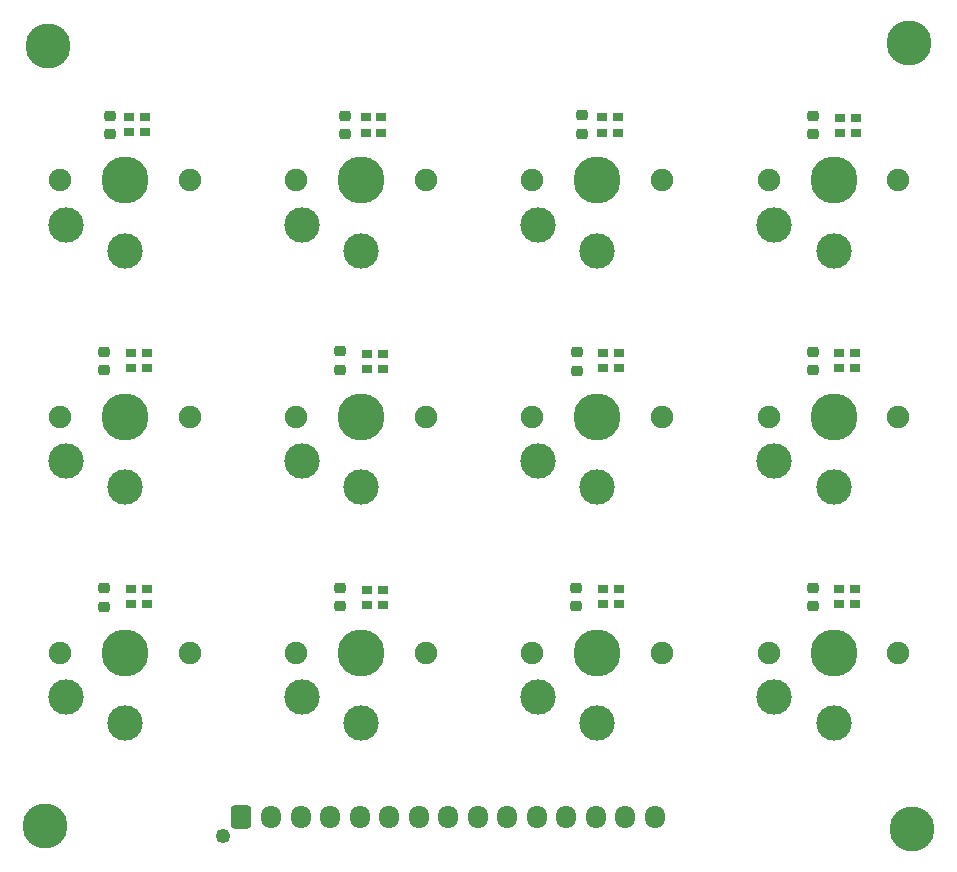
<source format=gbr>
%TF.GenerationSoftware,KiCad,Pcbnew,8.0.1*%
%TF.CreationDate,2024-09-23T21:29:01+02:00*%
%TF.ProjectId,Macro keyboard,4d616372-6f20-46b6-9579-626f6172642e,rev?*%
%TF.SameCoordinates,Original*%
%TF.FileFunction,Soldermask,Top*%
%TF.FilePolarity,Negative*%
%FSLAX46Y46*%
G04 Gerber Fmt 4.6, Leading zero omitted, Abs format (unit mm)*
G04 Created by KiCad (PCBNEW 8.0.1) date 2024-09-23 21:29:01*
%MOMM*%
%LPD*%
G01*
G04 APERTURE LIST*
G04 Aperture macros list*
%AMRoundRect*
0 Rectangle with rounded corners*
0 $1 Rounding radius*
0 $2 $3 $4 $5 $6 $7 $8 $9 X,Y pos of 4 corners*
0 Add a 4 corners polygon primitive as box body*
4,1,4,$2,$3,$4,$5,$6,$7,$8,$9,$2,$3,0*
0 Add four circle primitives for the rounded corners*
1,1,$1+$1,$2,$3*
1,1,$1+$1,$4,$5*
1,1,$1+$1,$6,$7*
1,1,$1+$1,$8,$9*
0 Add four rect primitives between the rounded corners*
20,1,$1+$1,$2,$3,$4,$5,0*
20,1,$1+$1,$4,$5,$6,$7,0*
20,1,$1+$1,$6,$7,$8,$9,0*
20,1,$1+$1,$8,$9,$2,$3,0*%
G04 Aperture macros list end*
%ADD10C,2.600000*%
%ADD11C,3.800000*%
%ADD12R,0.850000X0.650000*%
%ADD13RoundRect,0.225000X0.250000X-0.225000X0.250000X0.225000X-0.250000X0.225000X-0.250000X-0.225000X0*%
%ADD14C,1.250000*%
%ADD15RoundRect,0.250000X-0.600000X-0.725000X0.600000X-0.725000X0.600000X0.725000X-0.600000X0.725000X0*%
%ADD16O,1.700000X1.950000*%
%ADD17C,1.900000*%
%ADD18C,3.000000*%
%ADD19C,3.987800*%
G04 APERTURE END LIST*
D10*
%TO.C,REF\u002A\u002A*%
X264160000Y-37592000D03*
D11*
X264160000Y-37592000D03*
%TD*%
D10*
%TO.C,REF\u002A\u002A*%
X191262000Y-37846000D03*
D11*
X191262000Y-37846000D03*
%TD*%
D12*
%TO.C,D7*%
X219600000Y-85200000D03*
X219600000Y-83900000D03*
X218250000Y-83900000D03*
X218250000Y-85200000D03*
%TD*%
%TO.C,D2*%
X199475000Y-45150000D03*
X199475000Y-43850000D03*
X198125000Y-43850000D03*
X198125000Y-45150000D03*
%TD*%
D13*
%TO.C,C13*%
X196450000Y-45325000D03*
X196450000Y-43775000D03*
%TD*%
%TO.C,C21*%
X235950000Y-85300000D03*
X235950000Y-83750000D03*
%TD*%
D12*
%TO.C,D9*%
X239600000Y-65150000D03*
X239600000Y-63850000D03*
X238250000Y-63850000D03*
X238250000Y-65150000D03*
%TD*%
D13*
%TO.C,C23*%
X196000000Y-85325000D03*
X196000000Y-83775000D03*
%TD*%
D10*
%TO.C,REF\u002A\u002A*%
X191008000Y-103886000D03*
D11*
X191008000Y-103886000D03*
%TD*%
D12*
%TO.C,D6*%
X219600000Y-65200000D03*
X219600000Y-63900000D03*
X218250000Y-63900000D03*
X218250000Y-65200000D03*
%TD*%
D13*
%TO.C,C22*%
X216000000Y-85300000D03*
X216000000Y-83750000D03*
%TD*%
%TO.C,C18*%
X215950000Y-65275000D03*
X215950000Y-63725000D03*
%TD*%
%TO.C,C24*%
X256050000Y-85275000D03*
X256050000Y-83725000D03*
%TD*%
%TO.C,C20*%
X256000000Y-65300000D03*
X256000000Y-63750000D03*
%TD*%
D12*
%TO.C,D10*%
X239600000Y-85100000D03*
X239600000Y-83800000D03*
X238250000Y-83800000D03*
X238250000Y-85100000D03*
%TD*%
%TO.C,D3*%
X199600000Y-65150000D03*
X199600000Y-63850000D03*
X198250000Y-63850000D03*
X198250000Y-65150000D03*
%TD*%
%TO.C,D13*%
X259550000Y-85100000D03*
X259550000Y-83800000D03*
X258200000Y-83800000D03*
X258200000Y-85100000D03*
%TD*%
%TO.C,D4*%
X199600000Y-85150000D03*
X199600000Y-83850000D03*
X198250000Y-83850000D03*
X198250000Y-85150000D03*
%TD*%
D13*
%TO.C,C17*%
X196000000Y-65325000D03*
X196000000Y-63775000D03*
%TD*%
D12*
%TO.C,D12*%
X259600000Y-65150000D03*
X259600000Y-63850000D03*
X258250000Y-63850000D03*
X258250000Y-65150000D03*
%TD*%
%TO.C,D11*%
X259625000Y-45250000D03*
X259625000Y-43950000D03*
X258275000Y-43950000D03*
X258275000Y-45250000D03*
%TD*%
D13*
%TO.C,C15*%
X236450000Y-45275000D03*
X236450000Y-43725000D03*
%TD*%
D14*
%TO.C,J1*%
X206024000Y-104724000D03*
D15*
X207624000Y-103124000D03*
D16*
X210124000Y-103124000D03*
X212624000Y-103124000D03*
X215124000Y-103124000D03*
X217624000Y-103124000D03*
X220124000Y-103124000D03*
X222624000Y-103124000D03*
X225124000Y-103124000D03*
X227624000Y-103124000D03*
X230124000Y-103124000D03*
X232624000Y-103124000D03*
X235124000Y-103124000D03*
X237624000Y-103124000D03*
X240124000Y-103124000D03*
X242624000Y-103124000D03*
%TD*%
D10*
%TO.C,REF\u002A\u002A*%
X264414000Y-104140000D03*
D11*
X264414000Y-104140000D03*
%TD*%
D13*
%TO.C,C19*%
X236000000Y-65350000D03*
X236000000Y-63800000D03*
%TD*%
D12*
%TO.C,D8*%
X239525000Y-45200000D03*
X239525000Y-43900000D03*
X238175000Y-43900000D03*
X238175000Y-45200000D03*
%TD*%
%TO.C,D5*%
X219475000Y-45200000D03*
X219475000Y-43900000D03*
X218125000Y-43900000D03*
X218125000Y-45200000D03*
%TD*%
D13*
%TO.C,C16*%
X256000000Y-45350000D03*
X256000000Y-43800000D03*
%TD*%
%TO.C,C14*%
X216400000Y-45325000D03*
X216400000Y-43775000D03*
%TD*%
D17*
%TO.C,J6*%
X223250000Y-69250000D03*
D18*
X217750000Y-75200000D03*
D19*
X217750000Y-69250000D03*
D18*
X212750000Y-73000000D03*
D17*
X212250000Y-69250000D03*
%TD*%
%TO.C,J12*%
X263250000Y-69250000D03*
D18*
X257750000Y-75200000D03*
D19*
X257750000Y-69250000D03*
D18*
X252750000Y-73000000D03*
D17*
X252250000Y-69250000D03*
%TD*%
%TO.C,J8*%
X243250000Y-49250000D03*
D18*
X237750000Y-55200000D03*
D19*
X237750000Y-49250000D03*
D18*
X232750000Y-53000000D03*
D17*
X232250000Y-49250000D03*
%TD*%
%TO.C,J2*%
X203250000Y-49250000D03*
D18*
X197750000Y-55200000D03*
D19*
X197750000Y-49250000D03*
D18*
X192750000Y-53000000D03*
D17*
X192250000Y-49250000D03*
%TD*%
%TO.C,J11*%
X263250000Y-49250000D03*
D18*
X257750000Y-55200000D03*
D19*
X257750000Y-49250000D03*
D18*
X252750000Y-53000000D03*
D17*
X252250000Y-49250000D03*
%TD*%
%TO.C,J5*%
X223250000Y-49250000D03*
D18*
X217750000Y-55200000D03*
D19*
X217750000Y-49250000D03*
D18*
X212750000Y-53000000D03*
D17*
X212250000Y-49250000D03*
%TD*%
%TO.C,J4*%
X203250000Y-89250000D03*
D18*
X197750000Y-95200000D03*
D19*
X197750000Y-89250000D03*
D18*
X192750000Y-93000000D03*
D17*
X192250000Y-89250000D03*
%TD*%
%TO.C,J13*%
X263250000Y-89250000D03*
D18*
X257750000Y-95200000D03*
D19*
X257750000Y-89250000D03*
D18*
X252750000Y-93000000D03*
D17*
X252250000Y-89250000D03*
%TD*%
%TO.C,J3*%
X203250000Y-69250000D03*
D18*
X197750000Y-75200000D03*
D19*
X197750000Y-69250000D03*
D18*
X192750000Y-73000000D03*
D17*
X192250000Y-69250000D03*
%TD*%
%TO.C,J10*%
X243250000Y-89250000D03*
D18*
X237750000Y-95200000D03*
D19*
X237750000Y-89250000D03*
D18*
X232750000Y-93000000D03*
D17*
X232250000Y-89250000D03*
%TD*%
%TO.C,J9*%
X243250000Y-69250000D03*
D18*
X237750000Y-75200000D03*
D19*
X237750000Y-69250000D03*
D18*
X232750000Y-73000000D03*
D17*
X232250000Y-69250000D03*
%TD*%
%TO.C,J7*%
X223250000Y-89250000D03*
D18*
X217750000Y-95200000D03*
D19*
X217750000Y-89250000D03*
D18*
X212750000Y-93000000D03*
D17*
X212250000Y-89250000D03*
%TD*%
M02*

</source>
